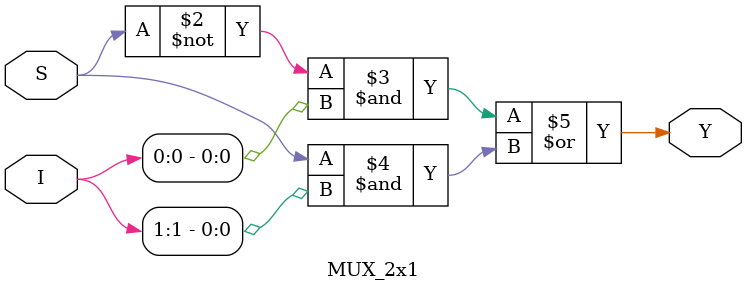
<source format=v>
`timescale 1ns / 1ps

//Verilog design of 2x1 mux with inputs I[0],I[1], S & output Y

//////////////////////////////////////////////////////////////////////////////////



module MUX_2x1(
    input wire [1:0]I,
    input wire S,
    output reg Y
    );
    
    always@(I or S)
    begin
    
    Y= (~S&I[0])|(S&I[1]);
    
    end
    
endmodule

</source>
